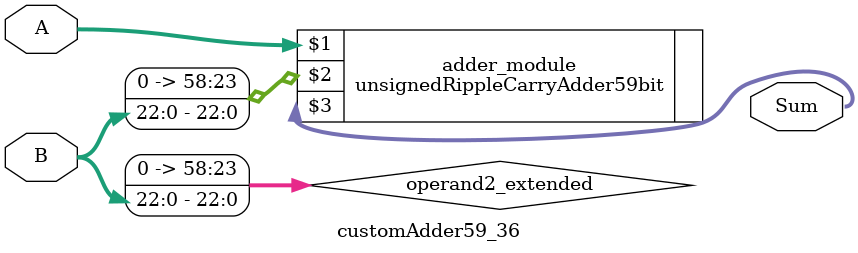
<source format=v>
module customAdder59_36(
                        input [58 : 0] A,
                        input [22 : 0] B,
                        
                        output [59 : 0] Sum
                );

        wire [58 : 0] operand2_extended;
        
        assign operand2_extended =  {36'b0, B};
        
        unsignedRippleCarryAdder59bit adder_module(
            A,
            operand2_extended,
            Sum
        );
        
        endmodule
        
</source>
